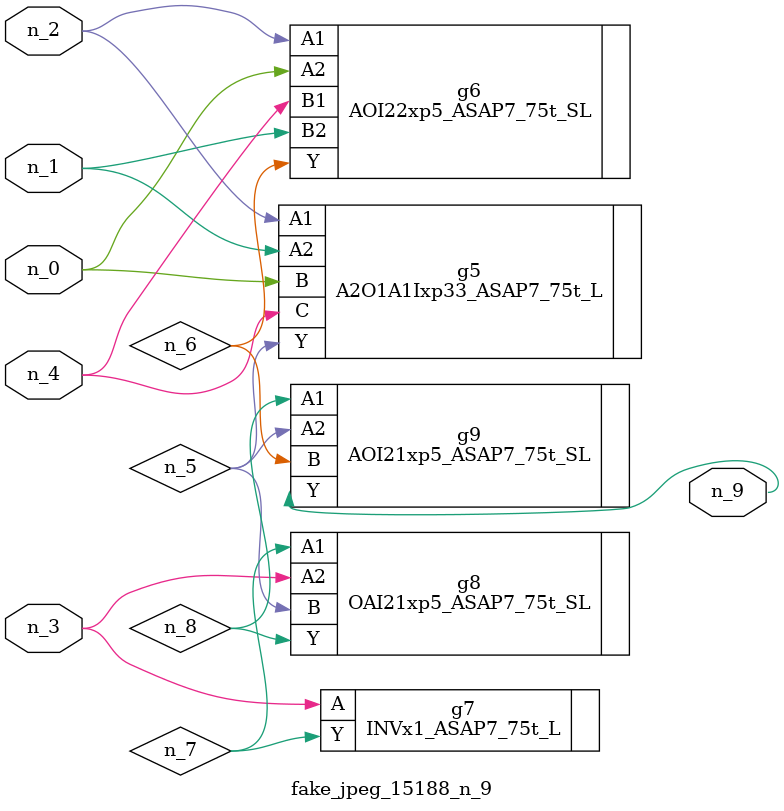
<source format=v>
module fake_jpeg_15188_n_9 (n_3, n_2, n_1, n_0, n_4, n_9);

input n_3;
input n_2;
input n_1;
input n_0;
input n_4;

output n_9;

wire n_8;
wire n_6;
wire n_5;
wire n_7;

A2O1A1Ixp33_ASAP7_75t_L g5 ( 
.A1(n_2),
.A2(n_1),
.B(n_0),
.C(n_4),
.Y(n_5)
);

AOI22xp5_ASAP7_75t_SL g6 ( 
.A1(n_2),
.A2(n_0),
.B1(n_4),
.B2(n_1),
.Y(n_6)
);

INVx1_ASAP7_75t_L g7 ( 
.A(n_3),
.Y(n_7)
);

OAI21xp5_ASAP7_75t_SL g8 ( 
.A1(n_7),
.A2(n_3),
.B(n_5),
.Y(n_8)
);

AOI21xp5_ASAP7_75t_SL g9 ( 
.A1(n_8),
.A2(n_5),
.B(n_6),
.Y(n_9)
);


endmodule
</source>
